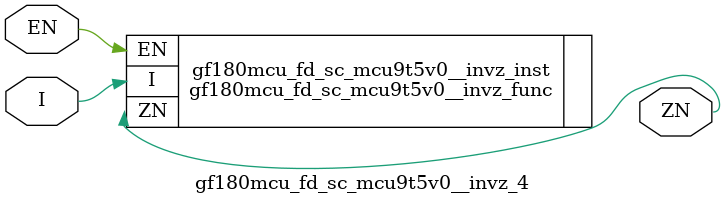
<source format=v>

`ifndef GF180MCU_FD_SC_MCU9T5V0__INVZ_4_V
`define GF180MCU_FD_SC_MCU9T5V0__INVZ_4_V

`include "gf180mcu_fd_sc_mcu9t5v0__invz_func.v"

`ifdef USE_POWER_PINS
module gf180mcu_fd_sc_mcu9t5v0__invz_4( EN, I, ZN, VDD, VSS );
inout VDD, VSS;
`else // If not USE_POWER_PINS
module gf180mcu_fd_sc_mcu9t5v0__invz_4( EN, I, ZN );
`endif // If not USE_POWER_PINS
input EN, I;
output ZN;

`ifdef USE_POWER_PINS
  gf180mcu_fd_sc_mcu9t5v0__invz_func gf180mcu_fd_sc_mcu9t5v0__invz_inst(.EN(EN),.I(I),.ZN(ZN),.VDD(VDD),.VSS(VSS));
`else // If not USE_POWER_PINS
  gf180mcu_fd_sc_mcu9t5v0__invz_func gf180mcu_fd_sc_mcu9t5v0__invz_inst(.EN(EN),.I(I),.ZN(ZN));
`endif // If not USE_POWER_PINS

`ifndef FUNCTIONAL
	// spec_gates_begin


	// spec_gates_end



   specify

	// specify_block_begin

	// comb arc EN --> ZN
	 (EN => ZN) = (1.0,1.0);

	// comb arc I --> ZN
	 (I => ZN) = (1.0,1.0);

	// specify_block_end

   endspecify

   `endif

endmodule
`endif // GF180MCU_FD_SC_MCU9T5V0__INVZ_4_V

</source>
